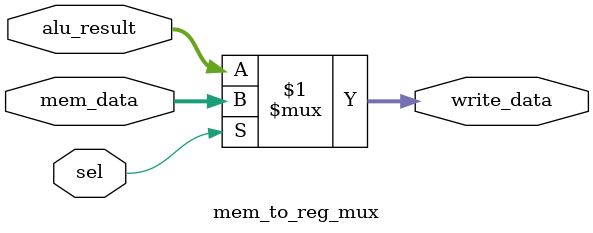
<source format=sv>
module mem_to_reg_mux #(
    parameter DATA_WIDTH = 32
)(
    input  logic                    sel,
    input  logic [DATA_WIDTH-1:0]  alu_result,
    input  logic [DATA_WIDTH-1:0]  mem_data,
    output logic [DATA_WIDTH-1:0]  write_data
);
    assign write_data = sel ? mem_data : alu_result;
endmodule
</source>
